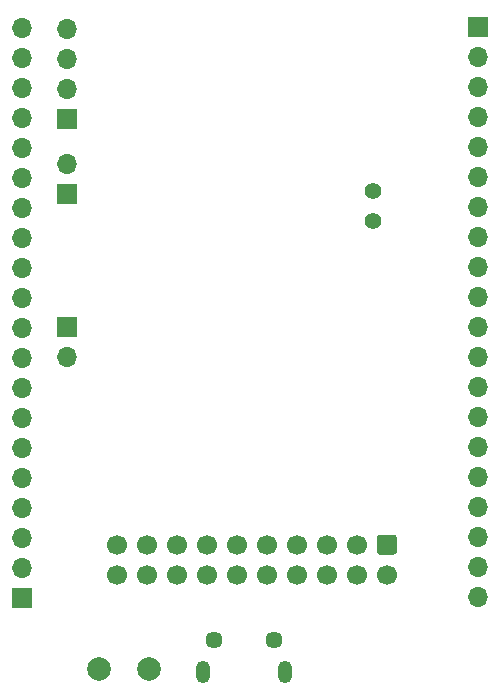
<source format=gbr>
%TF.GenerationSoftware,KiCad,Pcbnew,(5.1.10)-1*%
%TF.CreationDate,2022-01-17T18:11:01+07:00*%
%TF.ProjectId,CC2640R2F Module,43433236-3430-4523-9246-204d6f64756c,rev?*%
%TF.SameCoordinates,Original*%
%TF.FileFunction,Soldermask,Bot*%
%TF.FilePolarity,Negative*%
%FSLAX46Y46*%
G04 Gerber Fmt 4.6, Leading zero omitted, Abs format (unit mm)*
G04 Created by KiCad (PCBNEW (5.1.10)-1) date 2022-01-17 18:11:01*
%MOMM*%
%LPD*%
G01*
G04 APERTURE LIST*
%ADD10O,1.200000X1.900000*%
%ADD11C,1.450000*%
%ADD12O,1.700000X1.700000*%
%ADD13R,1.700000X1.700000*%
%ADD14C,2.000000*%
%ADD15C,1.400000*%
%ADD16C,1.700000*%
G04 APERTURE END LIST*
D10*
%TO.C,JTAG CONNECTOR*%
X129300000Y-69250000D03*
X122300000Y-69250000D03*
D11*
X128300000Y-66550000D03*
X123300000Y-66550000D03*
%TD*%
D12*
%TO.C,SDA SCL*%
X110800000Y-26260000D03*
D13*
X110800000Y-28800000D03*
%TD*%
D12*
%TO.C,3V3 TX RX GND*%
X110800000Y-14780000D03*
X110800000Y-17320000D03*
X110800000Y-19860000D03*
D13*
X110800000Y-22400000D03*
%TD*%
D12*
%TO.C,J2*%
X145600000Y-62880000D03*
X145600000Y-60340000D03*
X145600000Y-57800000D03*
X145600000Y-55260000D03*
X145600000Y-52720000D03*
X145600000Y-50180000D03*
X145600000Y-47640000D03*
X145600000Y-45100000D03*
X145600000Y-42560000D03*
X145600000Y-40020000D03*
X145600000Y-37480000D03*
X145600000Y-34940000D03*
X145600000Y-32400000D03*
X145600000Y-29860000D03*
X145600000Y-27320000D03*
X145600000Y-24780000D03*
X145600000Y-22240000D03*
X145600000Y-19700000D03*
X145600000Y-17160000D03*
D13*
X145600000Y-14620000D03*
%TD*%
D12*
%TO.C,J1*%
X107000000Y-14700000D03*
X107000000Y-17240000D03*
X107000000Y-19780000D03*
X107000000Y-22320000D03*
X107000000Y-24860000D03*
X107000000Y-27400000D03*
X107000000Y-29940000D03*
X107000000Y-32480000D03*
X107000000Y-35020000D03*
X107000000Y-37560000D03*
X107000000Y-40100000D03*
X107000000Y-42640000D03*
X107000000Y-45180000D03*
X107000000Y-47720000D03*
X107000000Y-50260000D03*
X107000000Y-52800000D03*
X107000000Y-55340000D03*
X107000000Y-57880000D03*
X107000000Y-60420000D03*
D13*
X107000000Y-62960000D03*
%TD*%
D14*
%TO.C,TP20*%
X117750000Y-69000000D03*
%TD*%
%TO.C,TP19*%
X113500000Y-69000000D03*
%TD*%
D12*
%TO.C,BOOT*%
X110800000Y-42540000D03*
D13*
X110800000Y-40000000D03*
%TD*%
D15*
%TO.C,Reset*%
X136750000Y-31040000D03*
X136750000Y-28500000D03*
%TD*%
D16*
%TO.C,J3*%
X115040000Y-61000000D03*
X117580000Y-61000000D03*
X120120000Y-61000000D03*
X122660000Y-61000000D03*
X125200000Y-61000000D03*
X127740000Y-61000000D03*
X130280000Y-61000000D03*
X132820000Y-61000000D03*
X135360000Y-61000000D03*
X137900000Y-61000000D03*
X115040000Y-58460000D03*
X117580000Y-58460000D03*
X120120000Y-58460000D03*
X122660000Y-58460000D03*
X125200000Y-58460000D03*
X127740000Y-58460000D03*
X130280000Y-58460000D03*
X132820000Y-58460000D03*
X135360000Y-58460000D03*
G36*
G01*
X137300000Y-57610000D02*
X138500000Y-57610000D01*
G75*
G02*
X138750000Y-57860000I0J-250000D01*
G01*
X138750000Y-59060000D01*
G75*
G02*
X138500000Y-59310000I-250000J0D01*
G01*
X137300000Y-59310000D01*
G75*
G02*
X137050000Y-59060000I0J250000D01*
G01*
X137050000Y-57860000D01*
G75*
G02*
X137300000Y-57610000I250000J0D01*
G01*
G37*
%TD*%
M02*

</source>
